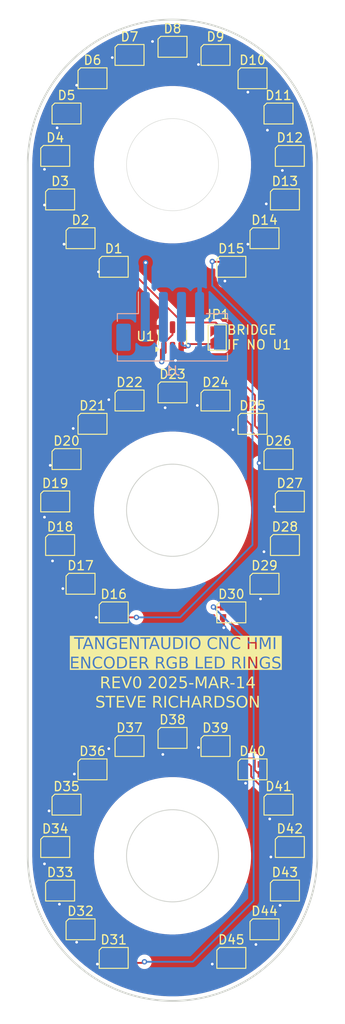
<source format=kicad_pcb>
(kicad_pcb (version 20241229) (generator "pcbnew") (generator_version "9.0")
  (layers (0 "F.Cu" signal) (2 "B.Cu" signal) (13 "F.Paste" user) (15 "B.Paste" user) (5 "F.SilkS" user "F.Silkscreen") (7 "B.SilkS" user "B.Silkscreen") (1 "F.Mask" user) (3 "B.Mask" user) (25 "Edge.Cuts" user))
  (net 0 "")
  (net 1 "Net-(D1-DOUT)")
  (net 2 "GND")
  (net 3 "+5V")
  (net 4 "Net-(D2-DOUT)")
  (net 5 "Net-(D3-DOUT)")
  (net 6 "Net-(D4-DOUT)")
  (net 7 "Net-(D5-DOUT)")
  (net 8 "Net-(D6-DOUT)")
  (net 9 "Net-(D7-DOUT)")
  (net 10 "Net-(D8-DOUT)")
  (net 11 "Net-(D10-DIN)")
  (net 12 "Net-(D10-DOUT)")
  (net 13 "Net-(D11-DOUT)")
  (net 14 "Net-(D12-DOUT)")
  (net 15 "Net-(D13-DOUT)")
  (net 16 "Net-(D14-DOUT)")
  (net 17 "Net-(D15-DOUT)")
  (net 18 "Net-(D16-DOUT)")
  (net 19 "Net-(D17-DOUT)")
  (net 20 "Net-(D18-DOUT)")
  (net 21 "Net-(D19-DOUT)")
  (net 22 "Net-(D20-DOUT)")
  (net 23 "Net-(D21-DOUT)")
  (net 24 "Net-(D22-DOUT)")
  (net 25 "Net-(D23-DOUT)")
  (net 26 "Net-(D24-DOUT)")
  (net 27 "Net-(D25-DOUT)")
  (net 28 "Net-(D26-DOUT)")
  (net 29 "Net-(D27-DOUT)")
  (net 30 "Net-(D28-DOUT)")
  (net 31 "Net-(D29-DOUT)")
  (net 32 "Net-(D30-DOUT)")
  (net 33 "Net-(D31-DOUT)")
  (net 34 "Net-(D32-DOUT)")
  (net 35 "Net-(D33-DOUT)")
  (net 36 "Net-(D34-DOUT)")
  (net 37 "Net-(D35-DOUT)")
  (net 38 "Net-(D36-DOUT)")
  (net 39 "Net-(D37-DOUT)")
  (net 40 "Net-(D38-DOUT)")
  (net 41 "Net-(D39-DOUT)")
  (net 42 "Net-(D40-DOUT)")
  (net 43 "Net-(D41-DOUT)")
  (net 44 "Net-(D42-DOUT)")
  (net 45 "Net-(D43-DOUT)")
  (net 46 "Net-(D44-DOUT)")
  (net 48 "/DOUT_5V")
  (net 49 "+3V3")
  (net 50 "/DOUT_3V3")
  (footprint "EncLEDS Library:LED_WS2812B-2020_PLCC4_2.0x2.0mm" (layer "F.Cu") (at 162.5098 144.47913)
    (property "Reference" "D45")
    (property "Value" "WS2812B-2020")
  )
  (footprint "EncLEDS Library:LED_WS2812B-2020_PLCC4_2.0x2.0mm" (layer "F.Cu") (at 149.5098 68.27913)
    (property "Reference" "D1")
    (property "Value" "WS2812B-2020")
  )
  (footprint "EncLEDS Library:LED_WS2812B-2020_PLCC4_2.0x2.0mm" (layer "F.Cu") (at 143.046151 56.049309)
    (property "Reference" "D4")
    (property "Value" "WS2812B-2020")
  )
  (footprint "EncLEDS Library:LED_WS2812B-2020_PLCC4_2.0x2.0mm" (layer "F.Cu") (at 156.0098 82.1208)
    (property "Reference" "D23")
    (property "Value" "WS2812B-2020")
  )
  (footprint "EncLEDS Library:LED_WS2812B-2020_PLCC4_2.0x2.0mm" (layer "F.Cu") (at 164.852046 123.691126)
    (property "Reference" "D40")
    (property "Value" "WS2812B-2020")
  )
  (footprint "EncLEDS Library:LED_WS2812B-2020_PLCC4_2.0x2.0mm" (layer "F.Cu") (at 147.167554 85.591126)
    (property "Reference" "D21")
    (property "Value" "WS2812B-2020")
  )
  (footprint "EncLEDS Library:LED_WS2812B-2020_PLCC4_2.0x2.0mm" (layer "F.Cu") (at 145.845991 65.126167)
    (property "Reference" "D2")
    (property "Value" "WS2812B-2020")
  )
  (footprint "EncLEDS Library:LED_WS2812B-2020_PLCC4_2.0x2.0mm" (layer "F.Cu") (at 144.297205 127.580311)
    (property "Reference" "D35")
    (property "Value" "WS2812B-2020")
  )
  (footprint "EncLEDS Library:LED_WS2812B-2020_PLCC4_2.0x2.0mm" (layer "F.Cu") (at 166.173609 141.326167)
    (property "Reference" "D44")
    (property "Value" "WS2812B-2020")
  )
  (footprint "EncLEDS Library:LED_WS2812B-2020_PLCC4_2.0x2.0mm" (layer "F.Cu") (at 168.432246 137.052617)
    (property "Reference" "D43")
    (property "Value" "WS2812B-2020")
  )
  (footprint "EncLEDS Library:LED_WS2812B-2020_PLCC4_2.0x2.0mm" (layer "F.Cu") (at 162.5098 68.27913)
    (property "Reference" "D15")
    (property "Value" "WS2812B-2020")
  )
  (footprint "EncLEDS Library:LED_WS2812B-2020_PLCC4_2.0x2.0mm" (layer "F.Cu") (at 143.587354 60.852617)
    (property "Reference" "D3")
    (property "Value" "WS2812B-2020")
  )
  (footprint "EncLEDS Library:LED_WS2812B-2020_PLCC4_2.0x2.0mm" (layer "F.Cu") (at 147.167554 123.691126)
    (property "Reference" "D36")
    (property "Value" "WS2812B-2020")
  )
  (footprint "EncLEDS Library:LED_WS2812B-2020_PLCC4_2.0x2.0mm" (layer "F.Cu") (at 156.0098 44.0208)
    (property "Reference" "D8")
    (property "Value" "WS2812B-2020")
  )
  (footprint "EncLEDS Library:LED_WS2812B-2020_PLCC4_2.0x2.0mm" (layer "F.Cu") (at 167.722395 127.580311)
    (property "Reference" "D41")
    (property "Value" "WS2812B-2020")
  )
  (footprint "EncLEDS Library:LED_WS2812B-2020_PLCC4_2.0x2.0mm" (layer "F.Cu") (at 168.432246 98.952617)
    (property "Reference" "D28")
    (property "Value" "WS2812B-2020")
  )
  (footprint "EncLEDS Library:LED_WS2812B-2020_PLCC4_2.0x2.0mm" (layer "F.Cu") (at 166.173609 65.126167)
    (property "Reference" "D14")
    (property "Value" "WS2812B-2020")
  )
  (footprint "EncLEDS Library:LED_WS2812B-2020_PLCC4_2.0x2.0mm" (layer "F.Cu") (at 143.046151 132.249309)
    (property "Reference" "D34")
    (property "Value" "WS2812B-2020")
  )
  (footprint "EncLEDS Library:LED_WS2812B-2020_PLCC4_2.0x2.0mm" (layer "F.Cu") (at 143.587354 98.952617)
    (property "Reference" "D18")
    (property "Value" "WS2812B-2020")
  )
  (footprint "EncLEDS Library:LED_WS2812B-2020_PLCC4_2.0x2.0mm" (layer "F.Cu") (at 149.5098 144.47913)
    (property "Reference" "D31")
    (property "Value" "WS2812B-2020")
  )
  (footprint "EncLEDS Library:LED_WS2812B-2020_PLCC4_2.0x2.0mm" (layer "F.Cu") (at 149.5098 106.37913)
    (property "Reference" "D16")
    (property "Value" "WS2812B-2020")
  )
  (footprint "EncLEDS Library:LED_WS2812B-2020_PLCC4_2.0x2.0mm" (layer "F.Cu") (at 151.260367 121.119441)
    (property "Reference" "D37")
    (property "Value" "WS2812B-2020")
  )
  (footprint "EncLEDS Library:LED_WS2812B-2020_PLCC4_2.0x2.0mm" (layer "F.Cu") (at 147.167554 47.491126)
    (property "Reference" "D6")
    (property "Value" "WS2812B-2020")
  )
  (footprint "EncLEDS Library:LED_WS2812B-2020_PLCC4_2.0x2.0mm" (layer "F.Cu") (at 160.759233 83.019441)
    (property "Reference" "D24")
    (property "Value" "WS2812B-2020")
  )
  (footprint "Jumper:SolderJumper-2_P1.3mm_Open_TrianglePad1.0x1.5mm" (layer "F.Cu") (at 160.946 76.073 90)
    (property "Reference" "JP1")
    (property "Value" "SolderJumper_2_Open")
  )
  (footprint "EncLEDS Library:LED_WS2812B-2020_PLCC4_2.0x2.0mm" (layer "F.Cu") (at 160.759233 121.119441)
    (property "Reference" "D39")
    (property "Value" "WS2812B-2020")
  )
  (footprint "EncLEDS Library:LED_WS2812B-2020_PLCC4_2.0x2.0mm" (layer "F.Cu") (at 168.973449 56.049309)
    (property "Reference" "D12")
    (property "Value" "WS2812B-2020")
  )
  (footprint "EncLEDS Library:LED_WS2812B-2020_PLCC4_2.0x2.0mm" (layer "F.Cu") (at 160.759233 44.919441)
    (property "Reference" "D9")
    (property "Value" "WS2812B-2020")
  )
  (footprint "EncLEDS Library:LED_WS2812B-2020_PLCC4_2.0x2.0mm" (layer "F.Cu") (at 162.5098 106.37913)
    (property "Reference" "D30")
    (property "Value" "WS2812B-2020")
  )
  (footprint "EncLEDS Library:LED_WS2812B-2020_PLCC4_2.0x2.0mm" (layer "F.Cu") (at 164.852046 85.591126)
    (property "Reference" "D25")
    (property "Value" "WS2812B-2020")
  )
  (footprint "Package_TO_SOT_SMD:SOT-23-6" (layer "F.Cu") (at 156.0098 76.0808 90)
    (property "Reference" "U1")
    (property "Value" "SN74LVC1T45DBV")
  )
  (footprint "EncLEDS Library:LED_WS2812B-2020_PLCC4_2.0x2.0mm" (layer "F.Cu") (at 151.260367 44.919441)
    (property "Reference" "D7")
    (property "Value" "WS2812B-2020")
  )
  (footprint "EncLEDS Library:LED_WS2812B-2020_PLCC4_2.0x2.0mm" (layer "F.Cu") (at 145.845991 141.326167)
    (property "Reference" "D32")
    (property "Value" "WS2812B-2020")
  )
  (footprint "EncLEDS Library:LED_WS2812B-2020_PLCC4_2.0x2.0mm" (layer "F.Cu") (at 144.297205 89.480311)
    (property "Reference" "D20")
    (property "Value" "WS2812B-2020")
  )
  (footprint "EncLEDS Library:LED_WS2812B-2020_PLCC4_2.0x2.0mm" (layer "F.Cu") (at 168.973449 94.149309)
    (property "Reference" "D27")
    (property "Value" "WS2812B-2020")
  )
  (footprint "EncLEDS Library:LED_WS2812B-2020_PLCC4_2.0x2.0mm" (layer "F.Cu") (at 143.587354 137.052617)
    (property "Reference" "D33")
    (property "Value" "WS2812B-2020")
  )
  (footprint "EncLEDS Library:LED_WS2812B-2020_PLCC4_2.0x2.0mm" (layer "F.Cu") (at 156.0098 120.2208)
    (property "Reference" "D38")
    (property "Value" "WS2812B-2020")
  )
  (footprint "EncLEDS Library:LED_WS2812B-2020_PLCC4_2.0x2.0mm" (layer "F.Cu") (at 145.845991 103.226167)
    (property "Reference" "D17")
    (property "Value" "WS2812B-2020")
  )
  (footprint "EncLEDS Library:LED_WS2812B-2020_PLCC4_2.0x2.0mm" (layer "F.Cu") (at 168.432246 60.852617)
    (property "Reference" "D13")
    (property "Value" "WS2812B-2020")
  )
  (footprint "EncLEDS Library:LED_WS2812B-2020_PLCC4_2.0x2.0mm" (layer "F.Cu") (at 144.297205 51.380311)
    (property "Reference" "D5")
    (property "Value" "WS2812B-2020")
  )
  (footprint "EncLEDS Library:LED_WS2812B-2020_PLCC4_2.0x2.0mm" (layer "F.Cu") (at 168.973449 132.249309)
    (property "Reference" "D42")
    (property "Value" "WS2812B-2020")
  )
  (footprint "EncLEDS Library:LED_WS2812B-2020_PLCC4_2.0x2.0mm" (layer "F.Cu") (at 143.046151 94.149309)
    (property "Reference" "D19")
    (property "Value" "WS2812B-2020")
  )
  (footprint "EncLEDS Library:LED_WS2812B-2020_PLCC4_2.0x2.0mm" (layer "F.Cu") (at 164.852046 47.491126)
    (property "Reference" "D10")
    (property "Value" "WS2812B-2020")
  )
  (footprint "EncLEDS Library:LED_WS2812B-2020_PLCC4_2.0x2.0mm" (layer "F.Cu") (at 166.173609 103.226167)
    (property "Reference" "D29")
    (property "Value" "WS2812B-2020")
  )
  (footprint "EncLEDS Library:LED_WS2812B-2020_PLCC4_2.0x2.0mm" (layer "F.Cu") (at 167.722395 51.380311)
    (property "Reference" "D11")
    (property "Value" "WS2812B-2020")
  )
  (footprint "EncLEDS Library:LED_WS2812B-2020_PLCC4_2.0x2.0mm" (layer "F.Cu") (at 167.722395 89.480311)
    (property "Reference" "D26")
    (property "Value" "WS2812B-2020")
  )
  (footprint "EncLEDS Library:LED_WS2812B-2020_PLCC4_2.0x2.0mm" (layer "F.Cu") (at 151.260367 83.019441)
    (property "Reference" "D22")
    (property "Value" "WS2812B-2020")
  )
  (footprint "Connector_JST:JST_PH_B4B-PH-SM4-TB_1x04-1MP_P2.00mm_Vertical" (layer "B.Cu") (at 155.9998 74.303)
    (property "Reference" "J1")
    (property "Value" "Conn_01x04")
  )
  (gr_arc (start 140.0098 57.0208) (mid 156.0098 41.0208) (end 172.0098 57.0208) (stroke (width 0.2)) (layer "Edge.Cuts"))
  (gr_line (start 140.0098 133.2208) (end 140.0098 57.0208) (stroke (width 0.2)) (layer "Edge.Cuts"))
  (gr_arc (start 172.0098 133.2208) (mid 156.0098 149.2208) (end 140.0098 133.2208) (stroke (width 0.2)) (layer "Edge.Cuts"))
  (gr_circle (center 156.009799 133.220802) (end 161.089799 133.220802) (stroke (width 0.1)) (fill no) (layer "Edge.Cuts"))
  (gr_circle (center 156.0098 57.0208) (end 161.0898 57.0208) (stroke (width 0.05)) (fill no) (layer "Edge.Cuts"))
  (gr_circle (center 156.0098 95.1208) (end 161.0898 95.1208) (stroke (width 0.1)) (fill no) (layer "Edge.Cuts"))
  (gr_line (start 172.0098 57.0208) (end 172.0098 133.2208) (stroke (width 0.2)) (layer "Edge.Cuts"))
  (gr_text "BRIDGE\nIF NO U1" (at 161.946 77.473 0) (layer "F.SilkS") (effects (font (size 1.016 1.016)) (justify left bottom)))
  (gr_text "TANGENTAUDIO CNC HMI\nENCODER RGB LED RINGS" (at 156.337 112.776 0) (layer "F.SilkS" knockout) (effects (font (size 1.27 1.27) (thickness 0.1)) (justify bottom)))
  (gr_text "REV0 2025-MAR-14\nSTEVE RICHARDSON" (at 156.591 117.094 0) (layer "F.SilkS") (effects (font (size 1.27 1.27) (thickness 0.1)) (justify bottom)))
  (segment (start 148.5948 67.509976) (end 146.760991 65.676167) (width 0.2) (layer "F.Cu") (net 1))
  (segment (start 148.5948 67.72913) (end 148.5948 67.509976) (width 0.2) (layer "F.Cu") (net 1))
  (segment (start 166.308383 99.502617) (end 166.116 99.695) (width 0.381) (layer "F.Cu") (net 2))
  (segment (start 148.5948 145.02913) (end 147.83287 145.02913) (width 0.381) (layer "F.Cu") (net 2))
  (segment (start 168.058449 56.599309) (end 168.058449 57.568449) (width 0.381) (layer "F.Cu") (net 2))
  (segment (start 168.058449 132.799309) (end 167.428691 132.799309) (width 0.381) (layer "F.Cu") (net 2))
  (segment (start 146.252554 86.141126) (end 145.069126 86.141126) (width 0.381) (layer "F.Cu") (net 2))
  (segment (start 166.807395 128.130311) (end 166.807395 129.102605) (width 0.381) (layer "F.Cu") (net 2))
  (segment (start 150.345367 83.569441) (end 149.609441 83.569441) (width 0.381) (layer "F.Cu") (net 2))
  (segment (start 163.937046 48.041126) (end 163.937046 48.621046) (width 0.381) (layer "F.Cu") (net 2))
  (segment (start 149.609441 83.569441) (end 148.971 82.931) (width 0.381) (layer "F.Cu") (net 2))
  (segment (start 147.83287 68.82913) (end 147.828 68.834) (width 0.381) (layer "F.Cu") (net 2))
  (segment (start 165.258609 141.876167) (end 165.258609 142.970391) (width 0.381) (layer "F.Cu") (net 2))
  (segment (start 150.345367 45.469441) (end 149.609441 45.469441) (width 0.381) (layer "F.Cu") (net 2))
  (segment (start 161.5948 69.6468) (end 161.798 69.85) (width 0.381) (layer "F.Cu") (net 2))
  (segment (start 165.258609 103.776167) (end 165.258609 104.425609) (width 0.381) (layer "F.Cu") (net 2))
  (segment (start 159.844233 45.469441) (end 159.381559 45.469441) (width 0.381) (layer "F.Cu") (net 2))
  (segment (start 149.228441 121.669441) (end 148.971 121.412) (width 0.381) (layer "F.Cu") (net 2))
  (segment (start 167.517246 61.402617) (end 166.431617 61.402617) (width 0.381) (layer "F.Cu") (net 2))
  (segment (start 161.5948 106.92913) (end 161.5948 108.0008) (width 0.381) (layer "F.Cu") (net 2))
  (segment (start 142.672354 61.402617) (end 141.924383 61.402617) (width 0.381) (layer "F.Cu") (net 2))
  (segment (start 142.131151 132.799309) (end 142.131151 133.839849) (width 0.381) (layer "F.Cu") (net 2))
  (segment (start 165.722311 90.030311) (end 165.608 89.916) (width 0.381) (layer "F.Cu") (net 2))
  (segment (start 145.069126 86.141126) (end 145.034 86.106) (width 0.381) (layer "F.Cu") (net 2))
  (segment (start 168.058449 57.568449) (end 168.148 57.658) (width 0.381) (layer "F.Cu") (net 2))
  (segment (start 166.807395 52.902605) (end 166.497 53.213) (width 0.381) (layer "F.Cu") (net 2))
  (segment (start 167.517246 138.307246) (end 167.894 138.684) (width 0.381) (layer "F.Cu") (net 2))
  (segment (start 156.0098 77.2183) (end 156.0098 78.2858) (width 0.381) (layer "F.Cu") (net 2))
  (segment (start 144.930991 103.776167) (end 143.908167 103.776167) (width 0.381) (layer "F.Cu") (net 2))
  (segment (start 142.672354 137.602617) (end 142.672354 137.719354) (width 0.381) (layer "F.Cu") (net 2))
  (segment (start 159.381559 45.469441) (end 158.877 45.974) (width 0.381) (layer "F.Cu") (net 2))
  (segment (start 143.382205 52.832795) (end 143.256 52.959) (width 0.381) (layer "F.Cu") (net 2))
  (segment (start 164.447833 65.676167) (end 164.338 65.786) (width 0.381) (layer "F.Cu") (net 2))
  (segment (start 142.131151 133.839849) (end 141.859 134.112) (width 0.381) (layer "F.Cu") (net 2))
  (segment (start 163.937046 86.141126) (end 162.778874 86.141126) (width 0.381) (layer "F.Cu") (net 2))
  (segment (start 144.127833 65.676167) (end 144.018 65.786) (width 0.381) (layer "F.Cu") (net 2))
  (segment (start 156.0098 78.2858) (end 156.337 78.613) (width 0.381) (layer "F.Cu") (net 2))
  (segment (start 165.258609 104.425609) (end 165.735 104.902) (width 0.381) (layer "F.Cu") (net 2))
  (segment (start 155.0948 82.6708) (end 155.0948 83.7208) (width 0.381) (layer "F.Cu") (net 2))
  (segment (start 145.633874 48.041126) (end 145.415 48.26) (width 0.381) (layer "F.Cu") (net 2))
  (segment (start 161.5948 145.02913) (end 160.53287 145.02913) (width 0.381) (layer "F.Cu") (net 2))
  (segment (start 142.672354 99.502617) (end 142.672354 100.635354) (width 0.381) (layer "F.Cu") (net 2))
  (segment (start 143.908167 103.776167) (end 143.891 103.759) (width 0.381) (layer "F.Cu") (net 2))
  (segment (start 165.258609 65.676167) (end 164.447833 65.676167) (width 0.381) (layer "F.Cu") (net 2))
  (segment (start 154.9338 44.5708) (end 153.797 43.434) (width 0.381) (layer "F.Cu") (net 2))
  (segment (start 166.807395 90.030311) (end 165.722311 90.030311) (width 0.381) (layer "F.Cu") (net 2))
  (segment (start 144.930991 65.676167) (end 144.127833 65.676167) (width 0.381) (layer "F.Cu") (net 2))
  (segment (start 162.778874 86.141126) (end 162.687 86.233) (width 0.381) (layer "F.Cu") (net 2))
  (segment (start 150.345367 121.669441) (end 149.228441 121.669441) (width 0.381) (layer "F.Cu") (net 2))
  (segment (start 166.431617 61.402617) (end 166.37 61.341) (width 0.381) (layer "F.Cu") (net 2))
  (segment (start 145.196126 124.241126) (end 145.161 124.206) (width 0.381) (layer "F.Cu") (net 2))
  (segment (start 167.428691 132.799309) (end 166.878 133.35) (width 0.381) (layer "F.Cu") (net 2))
  (segment (start 161.5948 108.0008) (end 161.671 108.077) (width 0.381) (layer "F.Cu") (net 2))
  (segment (start 155.0948 121.8922) (end 154.94 122.047) (width 0.381) (layer "F.Cu") (net 2))
  (segment (start 165.258609 142.970391) (end 165.227 143.002) (width 0.381) (layer "F.Cu") (net 2))
  (segment (start 147.57887 106.92913) (end 147.574 106.934) (width 0.381) (layer "F.Cu") (net 2))
  (segment (start 142.131151 56.599309) (end 142.131151 57.258849) (width 0.381) (layer "F.Cu") (net 2))
  (segment (start 155.0948 44.5708) (end 154.9338 44.5708) (width 0.381) (layer "F.Cu") (net 2))
  (segment (start 148.5948 68.82913) (end 147.83287 68.82913) (width 0.381) (layer "F.Cu") (net 2))
  (segment (start 142.672354 137.719354) (end 143.51 138.557) (width 0.381) (layer "F.Cu") (net 2))
  (segment (start 167.517246 137.602617) (end 167.517246 138.307246) (width 0.381) (layer "F.Cu") (net 2))
  (segment (start 146.252554 48.041126) (end 145.633874 48.041126) (width 0.381) (layer "F.Cu") (net 2))
  (segment (start 166.807395 51.930311) (end 166.807395 52.902605) (width 0.381) (layer "F.Cu") (net 2))
  (segment (start 163.937046 48.621046) (end 164.338 49.022) (width 0.381) (layer "F.Cu") (net 2))
  (segment (start 161.5948 68.82913) (end 161.5948 69.6468) (width 0.381) (layer "F.Cu") (net 2))
  (segment (start 163.937046 125.075046) (end 164.084 125.222) (width 0.381) (layer "F.Cu") (net 2))
  (segment (start 158.753441 83.569441) (end 158.75 83.566) (width 0.381) (layer "F.Cu") (net 2))
  (segment (start 155.0948 83.7208) (end 155.194 83.82) (width 0.381) (layer "F.Cu") (net 2))
  (segment (start 148.5948 106.92913) (end 147.57887 106.92913) (width 0.381) (layer "F.Cu") (net 2))
  (segment (start 168.058449 94.699309) (end 167.301691 94.699309) (width 0.381) (layer "F.Cu") (net 2))
  (segment (start 142.131151 95.612849) (end 141.859 95.885) (width 0.381) (layer "F.Cu") (net 2))
  (segment (start 163.937046 124.241126) (end 163.937046 125.075046) (width 0.381) (layer "F.Cu") (net 2))
  (segment (start 143.382205 51.930311) (end 143.382205 52.832795) (width 0.381) (layer "F.Cu") (net 2))
  (segment (start 142.506689 128.130311) (end 142.367 128.27) (width 0.381) (layer "F.Cu") (net 2))
  (segment (start 159.261441 121.669441) (end 158.877 121.285) (width 0.381) (layer "F.Cu") (net 2))
  (segment (start 167.517246 99.502617) (end 166.308383 99.502617) (width 0.381) (layer "F.Cu") (net 2))
  (segment (start 159.844233 83.569441) (end 158.753441 83.569441) (width 0.381) (layer "F.Cu") (net 2))
  (segment (start 141.924383 61.402617) (end 141.859 61.468) (width 0.381) (layer "F.Cu") (net 2))
  (segment (start 144.930991 141.876167) (end 144.930991 142.263991) (width 0.381) (layer "F.Cu") (net 2))
  (segment (start 167.301691 94.699309) (end 167.259 94.742) (width 0.381) (layer "F.Cu") (net 2))
  (segment (start 155.0948 120.7708) (end 155.0948 121.8922) (width 0.381) (layer "F.Cu") (net 2))
  (segment (start 143.382205 90.030311) (end 142.633689 90.030311) (width 0.381) (layer "F.Cu") (net 2))
  (segment (start 142.672354 100.635354) (end 142.748 100.711) (width 0.381) (layer "F.Cu") (net 2))
  (segment (start 143.382205 128.130311) (end 142.506689 128.130311) (width 0.381) (layer "F.Cu") (net 2))
  (segment (start 159.844233 121.669441) (end 159.261441 121.669441) (width 0.381) (layer "F.Cu") (net 2))
  (segment (start 147.83287 145.02913) (end 147.701 145.161) (width 0.381) (layer "F.Cu") (net 2))
  (segment (start 160.53287 145.02913) (end 160.401 145.161) (width 0.381) (layer "F.Cu") (net 2))
  (segment (start 142.131151 57.258849) (end 141.859 57.531) (width 0.381) (layer "F.Cu") (net 2))
  (segment (start 142.131151 94.699309) (end 142.131151 95.612849) (width 0.381) (layer "F.Cu") (net 2))
  (segment (start 166.807395 129.102605) (end 166.751 129.159) (width 0.381) (layer "F.Cu") (net 2))
  (segment (start 142.633689 90.030311) (end 142.494 90.17) (width 0.381) (layer "F.Cu") (net 2))
  (segment (start 144.930991 142.263991) (end 145.415 142.748) (width 0.381) (layer "F.Cu") (net 2))
  (segment (start 149.609441 45.469441) (end 149.352 45.212) (width 0.381) (layer "F.Cu") (net 2))
  (segment (start 146.252554 124.241126) (end 145.196126 124.241126) (width 0.381) (layer "F.Cu") (net 2))
  (via (at 141.859 134.112) (size 0.6) (drill 0.3) (layers "F.Cu" "B.Cu") (net 2))
  (via (at 158.877 45.974) (size 0.6) (drill 0.3) (layers "F.Cu" "B.Cu") (net 2))
  (via (at 147.701 145.161) (size 0.6) (drill 0.3) (layers "F.Cu" "B.Cu") (net 2))
  (via (at 156.337 78.613) (size 0.6) (drill 0.3) (layers "F.Cu" "B.Cu") (net 2))
  (via (at 143.891 103.759) (size 0.6) (drill 0.3) (layers "F.Cu" "B.Cu") (net 2))
  (via (at 141.859 57.531) (size 0.6) (drill 0.3) (layers "F.Cu" "B.Cu") (net 2))
  (via (at 158.75 83.566) (size 0.6) (drill 0.3) (layers "F.Cu" "B.Cu") (net 2))
  (via (at 153.797 43.434) (size 0.6) (drill 0.3) (layers "F.Cu" "B.Cu") (net 2))
  (via (at 148.971 82.931) (size 0.6) (drill 0.3) (layers "F.Cu" "B.Cu") (net 2))
  (via (at 145.415 48.26) (size 0.6) (drill 0.3) (layers "F.Cu" "B.Cu") (net 2))
  (via (at 166.116 99.695) (size 0.6) (drill 0.3) (layers "F.Cu" "B.Cu") (net 2))
  (via (at 144.018 65.786) (size 0.6) (drill 0.3) (layers "F.Cu" "B.Cu") (net 2))
  (via (at 167.259 94.742) (size 0.6) (drill 0.3) (layers "F.Cu" "B.Cu") (net 2))
  (via (at 141.859 95.885) (size 0.6) (drill 0.3) (layers "F.Cu" "B.Cu") (net 2))
  (via (at 166.37 61.341) (size 0.6) (drill 0.3) (layers "F.Cu" "B.Cu") (net 2))
  (via (at 164.338 49.022) (size 0.6) (drill 0.3) (layers "F.Cu" "B.Cu") (net 2))
  (via (at 154.94 122.047) (size 0.6) (drill 0.3) (layers "F.Cu" "B.Cu") (net 2))
  (via (at 143.51 138.557) (size 0.6) (drill 0.3) (layers "F.Cu" "B.Cu") (net 2))
  (via (at 168.148 57.658) (size 0.6) (drill 0.3) (layers "F.Cu" "B.Cu") (net 2))
  (via (at 165.735 104.902) (size 0.6) (drill 0.3) (layers "F.Cu" "B.Cu") (net 2))
  (via (at 160.401 145.161) (size 0.6) (drill 0.3) (layers "F.Cu" "B.Cu") (net 2))
  (via (at 166.751 129.159) (size 0.6) (drill 0.3) (layers "F.Cu" "B.Cu") (net 2))
  (via (at 161.671 108.077) (size 0.6) (drill 0.3) (layers "F.Cu" "B.Cu") (net 2))
  (via (at 164.084 125.222) (size 0.6) (drill 0.3) (layers "F.Cu" "B.Cu") (net 2))
  (via (at 142.494 90.17) (size 0.6) (drill 0.3) (layers "F.Cu" "B.Cu") (net 2))
  (via (at 141.859 61.468) (size 0.6) (drill 0.3) (layers "F.Cu" "B.Cu") (net 2))
  (via (at 166.878 133.35) (size 0.6) (drill 0.3) (layers "F.Cu" "B.Cu") (net 2))
  (via (at 164.338 65.786) (size 0.6) (drill 0.3) (layers "F.Cu" "B.Cu") (net 2))
  (via (at 145.034 86.106) (size 0.6) (drill 0.3) (layers "F.Cu" "B.Cu") (net 2))
  (via (at 165.227 143.002) (size 0.6) (drill 0.3) (layers "F.Cu" "B.Cu") (net 2))
  (via (at 155.194 83.82) (size 0.6) (drill 0.3) (layers "F.Cu" "B.Cu") (net 2))
  (via (at 145.415 142.748) (size 0.6) (drill 0.3) (layers "F.Cu" "B.Cu") (net 2))
  (via (at 142.748 100.711) (size 0.6) (drill 0.3) (layers "F.Cu" "B.Cu") (net 2))
  (via (at 142.367 128.27) (size 0.6) (drill 0.3) (layers "F.Cu" "B.Cu") (net 2))
  (via (at 158.877 121.285) (size 0.6) (drill 0.3) (layers "F.Cu" "B.Cu") (net 2))
  (via (at 166.497 53.213) (size 0.6) (drill 0.3) (layers "F.Cu" "B.Cu") (net 2))
  (via (at 167.894 138.684) (size 0.6) (drill 0.3) (layers "F.Cu" "B.Cu") (net 2))
  (via (at 148.971 121.412) (size 0.6) (drill 0.3) (layers "F.Cu" "B.Cu") (net 2))
  (via (at 149.352 45.212) (size 0.6) (drill 0.3) (layers "F.Cu" "B.Cu") (net 2))
  (via (at 165.608 89.916) (size 0.6) (drill 0.3) (layers "F.Cu" "B.Cu") (net 2))
  (via (at 145.161 124.206) (size 0.6) (drill 0.3) (layers "F.Cu" "B.Cu") (net 2))
  (via (at 147.574 106.934) (size 0.6) (drill 0.3) (layers "F.Cu" "B.Cu") (net 2))
  (via (at 162.687 86.233) (size 0.6) (drill 0.3) (layers "F.Cu" "B.Cu") (net 2))
  (via (at 143.256 52.959) (size 0.6) (drill 0.3) (layers "F.Cu" "B.Cu") (net 2))
  (via (at 161.798 69.85) (size 0.6) (drill 0.3) (layers "F.Cu" "B.Cu") (net 2))
  (via (at 147.828 68.834) (size 0.6) (drill 0.3) (layers "F.Cu" "B.Cu") (net 2))
  (segment (start 150.51367 67.818) (end 150.4248 67.72913) (width 0.381) (layer "F.Cu") (net 3))
  (segment (start 153.035 67.818) (end 150.51367 67.818) (width 0.381) (layer "F.Cu") (net 3))
  (via (at 153.035 67.818) (size 0.6) (drill 0.3) (layers "F.Cu" "B.Cu") (net 3))
  (segment (start 152.9998 73.803) (end 152.9998 67.8532) (width 0.381) (layer "B.Cu") (net 3))
  (segment (start 152.9998 67.8532) (end 153.035 67.818) (width 0.381) (layer "B.Cu") (net 3))
  (segment (start 144.930991 64.576167) (end 144.930991 61.831254) (width 0.2) (layer "F.Cu") (net 4))
  (segment (start 144.930991 61.831254) (end 144.502354 61.402617) (width 0.2) (layer "F.Cu") (net 4))
  (segment (start 142.672354 57.888106) (end 143.961151 56.599309) (width 0.2) (layer "F.Cu") (net 5))
  (segment (start 142.672354 60.302617) (end 142.672354 57.888106) (width 0.2) (layer "F.Cu") (net 5))
  (segment (start 145.212205 52.145795) (end 145.212205 51.930311) (width 0.2) (layer "F.Cu") (net 6))
  (segment (start 142.131151 55.226849) (end 145.212205 52.145795) (width 0.2) (layer "F.Cu") (net 6))
  (segment (start 142.131151 55.499309) (end 142.131151 55.226849) (width 0.2) (layer "F.Cu") (net 6))
  (segment (start 144.682516 49.53) (end 147.574 49.53) (width 0.2) (layer "F.Cu") (net 7))
  (segment (start 143.382205 50.830311) (end 144.682516 49.53) (width 0.2) (layer "F.Cu") (net 7))
  (segment (start 147.574 49.53) (end 148.082554 49.021446) (width 0.2) (layer "F.Cu") (net 7))
  (segment (start 148.082554 49.021446) (end 148.082554 48.041126) (width 0.2) (layer "F.Cu") (net 7))
  (segment (start 149.86 46.609) (end 151.035808 46.609) (width 0.2) (layer "F.Cu") (net 8))
  (segment (start 146.252554 46.941126) (end 147.21968 45.974) (width 0.2) (layer "F.Cu") (net 8))
  (segment (start 147.21968 45.974) (end 149.225 45.974) (width 0.2) (layer "F.Cu") (net 8))
  (segment (start 149.225 45.974) (end 149.86 46.609) (width 0.2) (layer "F.Cu") (net 8))
  (segment (start 151.035808 46.609) (end 152.175367 45.469441) (width 0.2) (layer "F.Cu") (net 8))
  (segment (start 150.345367 44.369441) (end 152.169808 42.545) (width 0.2) (layer "F.Cu") (net 9))
  (segment (start 156.21 42.545) (end 156.21 44.406) (width 0.2) (layer "F.Cu") (net 9))
  (segment (start 156.21 44.406) (end 156.3748 44.5708) (width 0.2) (layer "F.Cu") (net 9))
  (segment (start 152.169808 42.545) (end 156.21 42.545) (width 0.2) (layer "F.Cu") (net 9))
  (segment (start 156.3748 44.5708) (end 156.9248 44.5708) (width 0.2) (layer "F.Cu") (net 9))
  (segment (start 159.193233 43.718441) (end 160.909 43.718441) (width 0.2) (layer "F.Cu") (net 10))
  (segment (start 155.6448 43.4708) (end 155.809 43.635) (width 0.2) (layer "F.Cu") (net 10))
  (segment (start 157.689874 45.2218) (end 159.193233 43.718441) (width 0.2) (layer "F.Cu") (net 10))
  (segment (start 160.909 45.254208) (end 161.124233 45.469441) (width 0.2) (layer "F.Cu") (net 10))
  (segment (start 160.909 43.718441) (end 160.909 45.254208) (width 0.2) (layer "F.Cu") (net 10))
  (segment (start 155.809 43.635) (end 155.809 44.757) (width 0.2) (layer "F.Cu") (net 10))
  (segment (start 161.124233 45.469441) (end 161.674233 45.469441) (width 0.2) (layer "F.Cu") (net 10))
  (segment (start 156.2738 45.2218) (end 157.689874 45.2218) (width 0.2) (layer "F.Cu") (net 10))
  (segment (start 155.0948 43.4708) (end 155.6448 43.4708) (width 0.2) (layer "F.Cu") (net 10))
  (segment (start 155.809 44.757) (end 156.2738 45.2218) (width 0.2) (layer "F.Cu") (net 10))
  (segment (start 161.192918 46.290126) (end 164.973 46.290126) (width 0.2) (layer "F.Cu") (net 11))
  (segment (start 160.508 44.483208) (end 160.508 45.605208) (width 0.2) (layer "F.Cu") (net 11))
  (segment (start 160.508 45.605208) (end 161.192918 46.290126) (width 0.2) (layer "F.Cu") (net 11))
  (segment (start 165.565046 48.041126) (end 165.767046 48.041126) (width 0.2) (layer "F.Cu") (net 11))
  (segment (start 164.973 46.290126) (end 164.973 47.44908) (width 0.2) (layer "F.Cu") (net 11))
  (segment (start 160.394233 44.369441) (end 160.508 44.483208) (width 0.2) (layer "F.Cu") (net 11))
  (segment (start 159.844233 44.369441) (end 160.394233 44.369441) (width 0.2) (layer "F.Cu") (net 11))
  (segment (start 164.973 47.44908) (end 165.565046 48.041126) (width 0.2) (layer "F.Cu") (net 11))
  (segment (start 163.286046 49.113046) (end 163.957 49.784) (width 0.2) (layer "F.Cu") (net 12))
  (segment (start 168.087395 51.930311) (end 168.637395 51.930311) (width 0.2) (layer "F.Cu") (net 12))
  (segment (start 163.937046 46.941126) (end 163.387046 46.941126) (width 0.2) (layer "F.Cu") (net 12))
  (segment (start 167.063084 49.784) (end 167.894 50.614916) (width 0.2) (layer "F.Cu") (net 12))
  (segment (start 163.286046 47.042126) (end 163.286046 49.113046) (width 0.2) (layer "F.Cu") (net 12))
  (segment (start 167.894 51.736916) (end 168.087395 51.930311) (width 0.2) (layer "F.Cu") (net 12))
  (segment (start 167.894 50.614916) (end 167.894 51.736916) (width 0.2) (layer "F.Cu") (net 12))
  (segment (start 163.387046 46.941126) (end 163.286046 47.042126) (width 0.2) (layer "F.Cu") (net 12))
  (segment (start 163.957 49.784) (end 167.063084 49.784) (width 0.2) (layer "F.Cu") (net 12))
  (segment (start 167.009395 50.830311) (end 167.458395 51.279311) (width 0.2) (layer "F.Cu") (net 13))
  (segment (start 166.807395 50.830311) (end 167.009395 50.830311) (width 0.2) (layer "F.Cu") (net 13))
  (segment (start 167.458395 51.279311) (end 167.458395 53.597255) (width 0.2) (layer "F.Cu") (net 13))
  (segment (start 167.458395 53.597255) (end 169.037 55.17586) (width 0.2) (layer "F.Cu") (net 13))
  (segment (start 169.037 56.29786) (end 169.338449 56.599309) (width 0.2) (layer "F.Cu") (net 13))
  (segment (start 169.037 55.17586) (end 169.037 56.29786) (width 0.2) (layer "F.Cu") (net 13))
  (segment (start 169.338449 56.599309) (end 169.888449 56.599309) (width 0.2) (layer "F.Cu") (net 13))
  (segment (start 168.797246 61.402617) (end 169.347246 61.402617) (width 0.2) (layer "F.Cu") (net 14))
  (segment (start 167.407449 55.948309) (end 167.407449 58.89082) (width 0.2) (layer "F.Cu") (net 14))
  (segment (start 167.407449 58.89082) (end 168.696246 60.179617) (width 0.2) (layer "F.Cu") (net 14))
  (segment (start 167.856449 55.499309) (end 167.407449 55.948309) (width 0.2) (layer "F.Cu") (net 14))
  (segment (start 168.696246 61.301617) (end 168.797246 61.402617) (width 0.2) (layer "F.Cu") (net 14))
  (segment (start 168.058449 55.499309) (end 167.856449 55.499309) (width 0.2) (layer "F.Cu") (net 14))
  (segment (start 168.696246 60.179617) (end 168.696246 61.301617) (width 0.2) (layer "F.Cu") (net 14))
  (segment (start 168.067246 60.302617) (end 168.168246 60.403617) (width 0.2) (layer "F.Cu") (net 15))
  (segment (start 168.168246 60.403617) (end 168.168246 65.044246) (width 0.2) (layer "F.Cu") (net 15))
  (segment (start 167.517246 60.302617) (end 168.067246 60.302617) (width 0.2) (layer "F.Cu") (net 15))
  (segment (start 168.168246 65.044246) (end 167.536325 65.676167) (width 0.2) (layer "F.Cu") (net 15))
  (segment (start 167.536325 65.676167) (end 167.088609 65.676167) (width 0.2) (layer "F.Cu") (net 15))
  (segment (start 164.85087 68.82913) (end 163.4248 68.82913) (width 0.2) (layer "F.Cu") (net 16))
  (segment (start 165.909609 67.770391) (end 164.85087 68.82913) (width 0.2) (layer "F.Cu") (net 16))
  (segment (start 165.460609 64.576167) (end 165.909609 65.025167) (width 0.2) (layer "F.Cu") (net 16))
  (segment (start 165.909609 65.025167) (end 165.909609 67.770391) (width 0.2) (layer "F.Cu") (net 16))
  (segment (start 165.258609 64.576167) (end 165.460609 64.576167) (width 0.2) (layer "F.Cu") (net 16))
  (segment (start 161.5948 67.72913) (end 160.43913 67.72913) (width 0.2) (layer "F.Cu") (net 17))
  (segment (start 150.42967 106.934) (end 150.4248 106.92913) (width 0.2) (layer "F.Cu") (net 17))
  (segment (start 160.43913 67.72913) (end 160.401 67.691) (width 0.2) (layer "F.Cu") (net 17))
  (segment (start 152.019 106.934) (end 150.42967 106.934) (width 0.2) (layer "F.Cu") (net 17))
  (via (at 152.019 106.934) (size 0.6) (drill 0.3) (layers "F.Cu" "B.Cu") (net 17))
  (via (at 160.401 67.691) (size 0.6) (drill 0.3) (layers "F.Cu" "B.Cu") (net 17))
  (segment (start 164.846 74.803) (end 164.846 98.933) (width 0.2) (layer "B.Cu") (net 17))
  (segment (start 160.401 70.358) (end 164.846 74.803) (width 0.2) (layer "B.Cu") (net 17))
  (segment (start 164.846 98.933) (end 156.845 106.934) (width 0.2) (layer "B.Cu") (net 17))
  (segment (start 160.401 67.691) (end 160.401 70.358) (width 0.2) (layer "B.Cu") (net 17))
  (segment (start 156.845 106.934) (end 152.019 106.934) (width 0.2) (layer "B.Cu") (net 17))
  (segment (start 148.5948 105.609976) (end 146.760991 103.776167) (width 0.2) (layer "F.Cu") (net 18))
  (segment (start 148.5948 105.82913) (end 148.5948 105.609976) (width 0.2) (layer "F.Cu") (net 18))
  (segment (start 144.930991 102.676167) (end 144.930991 99.931254) (width 0.2) (layer "F.Cu") (net 19))
  (segment (start 144.930991 99.931254) (end 144.502354 99.502617) (width 0.2) (layer "F.Cu") (net 19))
  (segment (start 142.672354 95.988106) (end 143.961151 94.699309) (width 0.2) (layer "F.Cu") (net 20))
  (segment (start 142.672354 98.402617) (end 142.672354 95.988106) (width 0.2) (layer "F.Cu") (net 20))
  (segment (start 142.131151 93.599309) (end 142.131151 93.111365) (width 0.2) (layer "F.Cu") (net 21))
  (segment (start 142.131151 93.111365) (end 145.212205 90.030311) (width 0.2) (layer "F.Cu") (net 21))
  (segment (start 143.382205 88.930311) (end 145.063516 87.249) (width 0.2) (layer "F.Cu") (net 22))
  (segment (start 145.063516 87.249) (end 146.97468 87.249) (width 0.2) (layer "F.Cu") (net 22))
  (segment (start 146.97468 87.249) (end 148.082554 86.141126) (width 0.2) (layer "F.Cu") (net 22))
  (segment (start 147.073239 84.220441) (end 151.524367 84.220441) (width 0.2) (layer "F.Cu") (net 23))
  (segment (start 146.252554 85.041126) (end 147.073239 84.220441) (width 0.2) (layer "F.Cu") (net 23))
  (segment (start 151.524367 84.220441) (end 152.175367 83.569441) (width 0.2) (layer "F.Cu") (net 23))
  (segment (start 156.3748 82.6708) (end 156.9248 82.6708) (width 0.2) (layer "F.Cu") (net 24))
  (segment (start 155.448 80.518) (end 156.2738 81.3438) (width 0.2) (layer "F.Cu") (net 24))
  (segment (start 156.2738 82.5698) (end 156.3748 82.6708) (width 0.2) (layer "F.Cu") (net 24))
  (segment (start 152.296808 80.518) (end 155.448 80.518) (width 0.2) (layer "F.Cu") (net 24))
  (segment (start 156.2738 81.3438) (end 156.2738 82.5698) (width 0.2) (layer "F.Cu") (net 24))
  (segment (start 150.345367 82.469441) (end 152.296808 80.518) (width 0.2) (layer "F.Cu") (net 24))
  (segment (start 155.829 82.877) (end 157.172441 84.220441) (width 0.2) (layer "F.Cu") (net 25))
  (segment (start 161.023233 84.220441) (end 161.674233 83.569441) (width 0.2) (layer "F.Cu") (net 25))
  (segment (start 157.172441 84.220441) (end 161.023233 84.220441) (width 0.2) (layer "F.Cu") (net 25))
  (segment (start 155.0948 81.5708) (end 155.6448 81.5708) (width 0.2) (layer "F.Cu") (net 25))
  (segment (start 155.6448 81.5708) (end 155.829 81.755) (width 0.2) (layer "F.Cu") (net 25))
  (segment (start 155.829 81.755) (end 155.829 82.877) (width 0.2) (layer "F.Cu") (net 25))
  (segment (start 165.116046 82.439046) (end 165.116046 85.811298) (width 0.2) (layer "F.Cu") (net 26))
  (segment (start 159.844233 81.836767) (end 161.163 80.518) (width 0.2) (layer "F.Cu") (net 26))
  (segment (start 161.163 80.518) (end 163.195 80.518) (width 0.2) (layer "F.Cu") (net 26))
  (segment (start 159.844233 82.469441) (end 159.844233 81.836767) (width 0.2) (layer "F.Cu") (net 26))
  (segment (start 165.116046 85.811298) (end 165.445874 86.141126) (width 0.2) (layer "F.Cu") (net 26))
  (segment (start 163.195 80.518) (end 165.116046 82.439046) (width 0.2) (layer "F.Cu") (net 26))
  (segment (start 165.445874 86.141126) (end 165.767046 86.141126) (width 0.2) (layer "F.Cu") (net 26))
  (segment (start 163.937046 85.041126) (end 164.016 85.041126) (width 0.2) (layer "F.Cu") (net 27))
  (segment (start 167.458395 88.279311) (end 167.986395 88.807311) (width 0.2) (layer "F.Cu") (net 27))
  (segment (start 167.986395 88.807311) (end 167.986395 89.929311) (width 0.2) (layer "F.Cu") (net 27))
  (segment (start 167.986395 89.929311) (end 168.087395 90.030311) (width 0.2) (layer "F.Cu") (net 27))
  (segment (start 164.016 85.041126) (end 164.715046 85.740172) (width 0.2) (layer "F.Cu") (net 27))
  (segment (start 164.715046 86.391126) (end 166.603231 88.279311) (width 0.2) (layer "F.Cu") (net 27))
  (segment (start 168.087395 90.030311) (end 168.637395 90.030311) (width 0.2) (layer "F.Cu") (net 27))
  (segment (start 164.715046 85.740172) (end 164.715046 86.391126) (width 0.2) (layer "F.Cu") (net 27))
  (segment (start 166.603231 88.279311) (end 167.458395 88.279311) (width 0.2) (layer "F.Cu") (net 27))
  (segment (start 169.237449 93.476309) (end 169.237449 94.598309) (width 0.2) (layer "F.Cu") (net 28))
  (segment (start 167.458395 91.697255) (end 169.237449 93.476309) (width 0.2) (layer "F.Cu") (net 28))
  (segment (start 169.237449 94.598309) (end 169.338449 94.699309) (width 0.2) (layer "F.Cu") (net 28))
  (segment (start 167.009395 88.930311) (end 167.458395 89.379311) (width 0.2) (layer "F.Cu") (net 28))
  (segment (start 169.338449 94.699309) (end 169.888449 94.699309) (width 0.2) (layer "F.Cu") (net 28))
  (segment (start 166.807395 88.930311) (end 167.009395 88.930311) (width 0.2) (layer "F.Cu") (net 28))
  (segment (start 167.458395 89.379311) (end 167.458395 91.697255) (width 0.2) (layer "F.Cu") (net 28))
  (segment (start 168.797246 99.502617) (end 169.347246 99.502617) (width 0.2) (layer "F.Cu") (net 29))
  (segment (start 168.696246 97.751617) (end 168.696246 99.401617) (width 0.2) (layer "F.Cu") (net 29))
  (segment (start 168.260449 93.599309) (end 168.724515 94.063375) (width 0.2) (layer "F.Cu") (net 29))
  (segment (start 168.724515 94.063375) (end 168.724515 97.723348) (width 0.2) (layer "F.Cu") (net 29))
  (segment (start 168.058449 93.599309) (end 168.260449 93.599309) (width 0.2) (layer "F.Cu") (net 29))
  (segment (start 168.724515 97.723348) (end 168.696246 97.751617) (width 0.2) (layer "F.Cu") (net 29))
  (segment (start 168.696246 99.401617) (end 168.797246 99.502617) (width 0.2) (layer "F.Cu") (net 29))
  (segment (start 168.168246 102.89853) (end 167.290609 103.776167) (width 0.2) (layer "F.Cu") (net 30))
  (segment (start 167.517246 98.402617) (end 167.719246 98.402617) (width 0.2) (layer "F.Cu") (net 30))
  (segment (start 167.290609 103.776167) (end 167.088609 103.776167) (width 0.2) (layer "F.Cu") (net 30))
  (segment (start 168.168246 98.851617) (end 168.168246 102.89853) (width 0.2) (layer "F.Cu") (net 30))
  (segment (start 167.719246 98.402617) (end 168.168246 98.851617) (width 0.2) (layer "F.Cu") (net 30))
  (segment (start 164.592 106.172) (end 163.83487 106.92913) (width 0.2) (layer "F.Cu") (net 31))
  (segment (start 164.708609 102.676167) (end 164.592 102.792776) (width 0.2) (layer "F.Cu") (net 31))
  (segment (start 164.592 102.792776) (end 164.592 106.172) (width 0.2) (layer "F.Cu") (net 31))
  (segment (start 165.258609 102.676167) (end 164.708609 102.676167) (width 0.2) (layer "F.Cu") (net 31))
  (segment (start 163.83487 106.92913) (end 163.4248 106.92913) (width 0.2) (layer "F.Cu") (net 31))
  (segment (start 160.56613 105.82913) (end 160.528 105.791) (width 0.2) (layer "F.Cu") (net 32))
  (segment (start 150.4248 145.02913) (end 152.78587 145.02913) (width 0.2) (layer "F.Cu") (net 32))
  (segment (start 161.5948 105.82913) (end 160.56613 105.82913) (width 0.2) (layer "F.Cu") (net 32))
  (segment (start 152.78587 145.02913) (end 152.908 144.907) (width 0.2) (layer "F.Cu") (net 32))
  (via (at 152.908 144.907) (size 0.6) (drill 0.3) (layers "F.Cu" "B.Cu") (net 32))
  (via (at 160.528 105.791) (size 0.6) (drill 0.3) (layers "F.Cu" "B.Cu") (net 32))
  (segment (start 164.973 110.236) (end 164.973 138.176) (width 0.2) (layer "B.Cu") (net 32))
  (segment (start 160.528 105.791) (end 164.973 110.236) (width 0.2) (layer "B.Cu") (net 32))
  (segment (start 164.973 138.176) (end 158.242 144.907) (width 0.2) (layer "B.Cu") (net 32))
  (segment (start 158.242 144.907) (end 152.908 144.907) (width 0.2) (layer "B.Cu") (net 32))
  (segment (start 148.5948 143.709976) (end 146.760991 141.876167) (width 0.2) (layer "F.Cu") (net 33))
  (segment (start 148.5948 143.92913) (end 148.5948 143.709976) (width 0.2) (layer "F.Cu") (net 33))
  (segment (start 144.930991 140.776167) (end 144.930991 138.031254) (width 0.2) (layer "F.Cu") (net 34))
  (segment (start 144.930991 138.031254) (end 144.502354 137.602617) (width 0.2) (layer "F.Cu") (net 34))
  (segment (start 142.672354 136.502617) (end 142.672354 134.088106) (width 0.2) (layer "F.Cu") (net 35))
  (segment (start 142.672354 134.088106) (end 143.961151 132.799309) (width 0.2) (layer "F.Cu") (net 35))
  (segment (start 142.131151 131.699309) (end 145.212205 128.618255) (width 0.2) (layer "F.Cu") (net 36))
  (segment (start 145.212205 128.618255) (end 145.212205 128.130311) (width 0.2) (layer "F.Cu") (net 36))
  (segment (start 148.082554 125.094446) (end 148.082554 124.241126) (width 0.2) (layer "F.Cu") (net 37))
  (segment (start 147.447 125.73) (end 148.082554 125.094446) (width 0.2) (layer "F.Cu") (net 37))
  (segment (start 143.382205 127.030311) (end 144.682516 125.73) (width 0.2) (layer "F.Cu") (net 37))
  (segment (start 144.682516 125.73) (end 147.447 125.73) (width 0.2) (layer "F.Cu") (net 37))
  (segment (start 151.354682 122.490126) (end 152.175367 121.669441) (width 0.2) (layer "F.Cu") (net 38))
  (segment (start 146.252554 123.141126) (end 146.903554 122.490126) (width 0.2) (layer "F.Cu") (net 38))
  (segment (start 146.903554 122.490126) (end 151.354682 122.490126) (width 0.2) (layer "F.Cu") (net 38))
  (segment (start 150.345367 120.569441) (end 151.895008 119.0198) (width 0.2) (layer "F.Cu") (net 39))
  (segment (start 156.8388 120.7708) (end 156.9248 120.7708) (width 0.2) (layer "F.Cu") (net 39))
  (segment (start 155.702 119.0198) (end 156.21 119.5278) (width 0.2) (layer "F.Cu") (net 39))
  (segment (start 156.21 120.142) (end 156.8388 120.7708) (width 0.2) (layer "F.Cu") (net 39))
  (segment (start 151.895008 119.0198) (end 155.702 119.0198) (width 0.2) (layer "F.Cu") (net 39))
  (segment (start 156.21 119.5278) (end 156.21 120.142) (width 0.2) (layer "F.Cu") (net 39))
  (segment (start 161.023233 120.523) (end 161.023233 121.568441) (width 0.2) (layer "F.Cu") (net 40))
  (segment (start 156.2738 121.4218) (end 157.689874 121.4218) (width 0.2) (layer "F.Cu") (net 40))
  (segment (start 155.0948 119.6708) (end 155.2968 119.6708) (width 0.2) (layer "F.Cu") (net 40))
  (segment (start 159.193233 119.918441) (end 160.418674 119.918441) (width 0.2) (layer "F.Cu") (net 40))
  (segment (start 160.418674 119.918441) (end 161.023233 120.523) (width 0.2) (layer "F.Cu") (net 40))
  (segment (start 155.7458 120.8938) (end 156.2738 121.4218) (width 0.2) (layer "F.Cu") (net 40))
  (segment (start 155.7458 120.1198) (end 155.7458 120.8938) (width 0.2) (layer "F.Cu") (net 40))
  (segment (start 157.689874 121.4218) (end 159.193233 119.918441) (width 0.2) (layer "F.Cu") (net 40))
  (segment (start 161.023233 121.568441) (end 161.124233 121.669441) (width 0.2) (layer "F.Cu") (net 40))
  (segment (start 161.124233 121.669441) (end 161.674233 121.669441) (width 0.2) (layer "F.Cu") (net 40))
  (segment (start 155.2968 119.6708) (end 155.7458 120.1198) (width 0.2) (layer "F.Cu") (net 40))
  (segment (start 165.1 122.555) (end 165.1 123.77608) (width 0.2) (layer "F.Cu") (net 41))
  (segment (start 161.192918 122.490126) (end 165.035126 122.490126) (width 0.2) (layer "F.Cu") (net 41))
  (segment (start 160.394233 120.569441) (end 160.622233 120.797441) (width 0.2) (layer "F.Cu") (net 41))
  (segment (start 160.622233 121.919441) (end 161.192918 122.490126) (width 0.2) (layer "F.Cu") (net 41))
  (segment (start 165.565046 124.241126) (end 165.767046 124.241126) (width 0.2) (layer "F.Cu") (net 41))
  (segment (start 165.1 123.77608) (end 165.565046 124.241126) (width 0.2) (layer "F.Cu") (net 41))
  (segment (start 159.844233 120.569441) (end 160.394233 120.569441) (width 0.2) (layer "F.Cu") (net 41))
  (segment (start 165.035126 122.490126) (end 165.1 122.555) (width 0.2) (layer "F.Cu") (net 41))
  (segment (start 160.622233 120.797441) (end 160.622233 121.919441) (width 0.2) (layer "F.Cu") (net 41))
  (segment (start 167.986395 127.681311) (end 168.435395 128.130311) (width 0.2) (layer "F.Cu") (net 42))
  (segment (start 166.603231 126.379311) (end 167.400311 126.379311) (width 0.2) (layer "F.Cu") (net 42))
  (segment (start 167.986395 126.965395) (end 167.986395 127.681311) (width 0.2) (layer "F.Cu") (net 42))
  (segment (start 168.435395 128.130311) (end 168.637395 128.130311) (width 0.2) (layer "F.Cu") (net 42))
  (segment (start 164.699 124.47508) (end 166.603231 126.379311) (width 0.2) (layer "F.Cu") (net 42))
  (segment (start 164.487046 123.141126) (end 164.699 123.35308) (width 0.2) (layer "F.Cu") (net 42))
  (segment (start 164.699 123.35308) (end 164.699 124.47508) (width 0.2) (layer "F.Cu") (net 42))
  (segment (start 163.937046 123.141126) (end 164.487046 123.141126) (width 0.2) (layer "F.Cu") (net 42))
  (segment (start 167.400311 126.379311) (end 167.986395 126.965395) (width 0.2) (layer "F.Cu") (net 42))
  (segment (start 167.009395 127.030311) (end 167.513 127.533916) (width 0.2) (layer "F.Cu") (net 43))
  (segment (start 169.237449 131.576309) (end 169.237449 132.698309) (width 0.2) (layer "F.Cu") (net 43))
  (segment (start 169.338449 132.799309) (end 169.888449 132.799309) (width 0.2) (layer "F.Cu") (net 43))
  (segment (start 169.237449 132.698309) (end 169.338449 132.799309) (width 0.2) (layer "F.Cu") (net 43))
  (segment (start 166.807395 127.030311) (end 167.009395 127.030311) (width 0.2) (layer "F.Cu") (net 43))
  (segment (start 167.513 129.85186) (end 169.237449 131.576309) (width 0.2) (layer "F.Cu") (net 43))
  (segment (start 167.513 127.533916) (end 167.513 129.85186) (width 0.2) (layer "F.Cu") (net 43))
  (segment (start 168.783 134.636371) (end 168.696246 134.723125) (width 0.2) (layer "F.Cu") (net 44))
  (segment (start 168.696246 137.327246) (end 168.971617 137.602617) (width 0.2) (layer "F.Cu") (net 44))
  (segment (start 168.608449 131.699309) (end 168.783 131.87386) (width 0.2) (layer "F.Cu") (net 44))
  (segment (start 168.783 131.87386) (end 168.783 134.636371) (width 0.2) (layer "F.Cu") (net 44))
  (segment (start 168.971617 137.602617) (end 169.347246 137.602617) (width 0.2) (layer "F.Cu") (net 44))
  (segment (start 168.058449 131.699309) (end 168.608449 131.699309) (width 0.2) (layer "F.Cu") (net 44))
  (segment (start 168.696246 134.723125) (end 168.696246 137.327246) (width 0.2) (layer "F.Cu") (net 44))
  (segment (start 166.538609 141.876167) (end 167.088609 141.876167) (width 0.2) (layer "F.Cu") (net 45))
  (segment (start 167.517246 136.502617) (end 167.408383 136.502617) (width 0.2) (layer "F.Cu") (net 45))
  (segment (start 166.437609 141.775167) (end 166.538609 141.876167) (width 0.2) (layer "F.Cu") (net 45))
  (segment (start 166.437609 137.473391) (end 166.437609 141.775167) (width 0.2) (layer "F.Cu") (net 45))
  (segment (start 167.408383 136.502617) (end 166.437609 137.473391) (width 0.2) (layer "F.Cu") (net 45))
  (segment (start 163.82513 145.02913) (end 163.4248 145.02913) (width 0.2) (layer "F.Cu") (net 46))
  (segment (start 164.0758 144.77846) (end 163.82513 145.02913) (width 0.2) (layer "F.Cu") (net 46))
  (segment (start 165.056609 140.776167) (end 164.0758 141.756976) (width 0.2) (layer "F.Cu") (net 46))
  (segment (start 165.258609 140.776167) (end 165.056609 140.776167) (width 0.2) (layer "F.Cu") (net 46))
  (segment (start 164.0758 141.756976) (end 164.0758 144.77846) (width 0.2) (layer "F.Cu") (net 46))
  (segment (start 160.782 74.422) (end 160.946 74.586) (width 0.2) (layer "F.Cu") (net 48))
  (segment (start 151.508129 68.82913) (end 150.4248 68.82913) (width 0.2) (layer "F.Cu") (net 48))
  (segment (start 156.9598 74.9433) (end 156.9598 74.280801) (width 0.2) (layer "F.Cu") (net 48))
  (segment (start 156.9598 74.9433) (end 157.4811 74.422) (width 0.2) (layer "F.Cu") (net 48))
  (segment (start 160.946 74.586) (end 160.946 75.348) (width 0.2) (layer "F.Cu") (net 48))
  (segment (start 157.4811 74.422) (end 160.782 74.422) (width 0.2) (layer "F.Cu") (net 48))
  (segment (start 156.9598 74.280801) (end 151.508129 68.82913) (width 0.2) (layer "F.Cu") (net 48))
  (segment (start 154.813 77.4651) (end 155.0598 77.2183) (width 0.381) (layer "F.Cu") (net 49))
  (segment (start 155.0598 77.2183) (end 155.0598 76.7152) (width 0.2) (layer "F.Cu") (net 49))
  (segment (start 156.0098 75.7652) (end 156.0098 74.9433) (width 0.2) (layer "F.Cu") (net 49))
  (segment (start 155.0598 76.7152) (end 156.0098 75.7652) (width 0.2) (layer "F.Cu") (net 49))
  (segment (start 154.813 78.74) (end 154.813 77.4651) (width 0.381) (layer "F.Cu") (net 49))
  (via (at 154.813 78.74) (size 0.6) (drill 0.3) (layers "F.Cu" "B.Cu") (net 49))
  (segment (start 154.9998 78.5532) (end 154.813 78.74) (width 0.381) (layer "B.Cu") (net 49))
  (segment (start 154.9998 73.803) (end 154.9998 78.5532) (width 0.381) (layer "B.Cu") (net 49))
  (segment (start 157.898 76.798) (end 157.734 76.962) (width 0.2) (layer "F.Cu") (net 50))
  (segment (start 156.9598 77.2183) (end 157.4777 77.2183) (width 0.2) (layer "F.Cu") (net 50))
  (segment (start 157.4777 77.2183) (end 157.734 76.962) (width 0.2) (layer "F.Cu") (net 50))
  (segment (start 160.946 76.798) (end 157.898 76.798) (width 0.2) (layer "F.Cu") (net 50))
  (via (at 157.734 76.962) (size 0.6) (drill 0.3) (layers "F.Cu" "B.Cu") (net 50))
  (segment (start 156.972 76.835) (end 156.9998 76.8072) (width 0.2) (layer "B.Cu") (net 50))
  (segment (start 157.734 76.962) (end 157.099 76.962) (width 0.2) (layer "B.Cu") (net 50))
  (segment (start 157.099 76.962) (end 156.972 76.835) (width 0.2) (layer "B.Cu") (net 50))
  (segment (start 156.9998 76.8072) (end 156.9998 73.803) (width 0.2) (layer "B.Cu") (net 50))
  (zone (net 3) (net_name "+5V") (layer "F.Cu") (priority 1) (connect_pads (clearance 0.5)) (min_thickness 0.25) (fill yes (thermal_gap 0.5) (thermal_bridge_width 0.5))
    (polygon (pts (xy 139.065 39.751) (xy 173.355 39.751) (xy 173.609 149.606) (xy 138.176 150.876)))
  )
  (zone (net 2) (net_name "GND") (layer "B.Cu") (connect_pads (clearance 0.5)) (min_thickness 0.25) (fill yes (thermal_gap 0.5) (thermal_bridge_width 0.5))
    (polygon (pts (xy 139.192 39.243) (xy 174.117 39.243) (xy 175.006 151.765) (xy 137.668 151.765) (xy 138.811 38.862)))
  )
)
</source>
